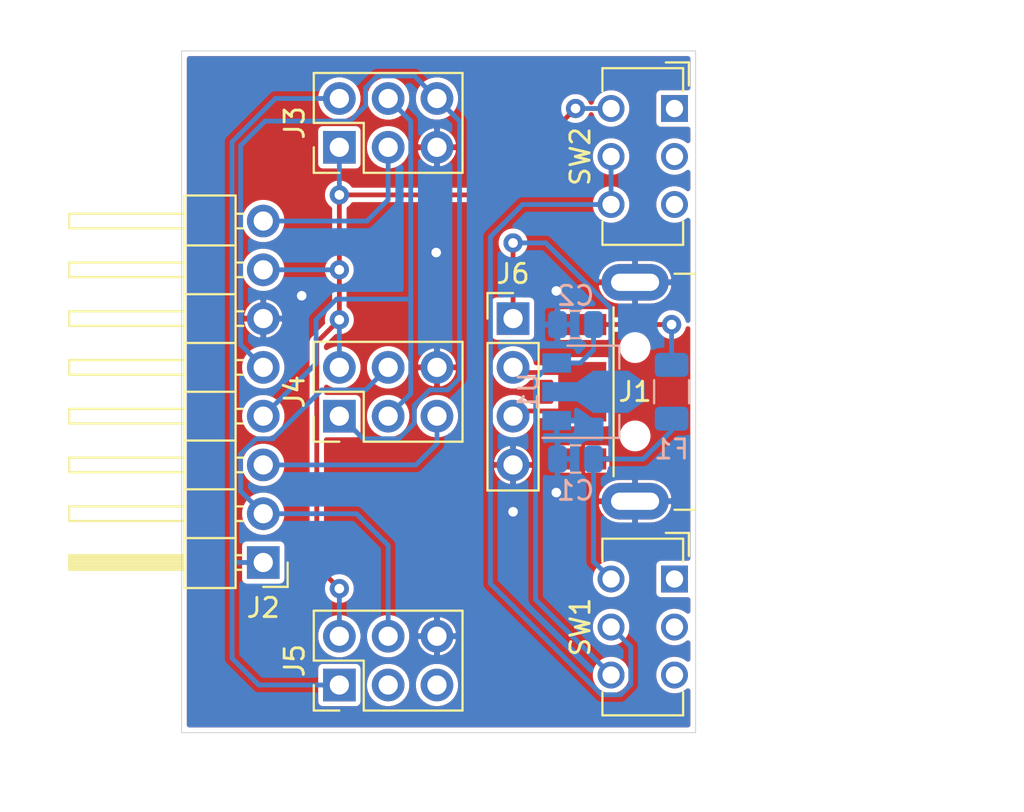
<source format=kicad_pcb>
(kicad_pcb (version 20211014) (generator pcbnew)
  (layers (0 "F.Cu" signal) (31 "B.Cu" signal) (34 "B.Paste" user) (35 "F.Paste" user) (36 "B.SilkS" user "B.Silkscreen") (37 "F.SilkS" user "F.Silkscreen") (38 "B.Mask" user) (39 "F.Mask" user) (44 "Edge.Cuts" user))
  (net 0 "")
  (net 1 "+5V")
  (net 2 "GND")
  (net 3 "+3V3")
  (net 4 "Net-(F1-Pad2)")
  (net 5 "/SWDIO")
  (net 6 "/ISP_MOSI")
  (net 7 "/RESET")
  (net 8 "/ISP_SCK")
  (net 9 "/ISP_MISO")
  (net 10 "/VTG")
  (net 11 "/MCLR")
  (net 12 "Net-(J5-Pad5)")
  (net 13 "Net-(J5-Pad3)")
  (net 14 "Net-(SW1-Pad2)")
  (net 15 "/DP")
  (net 16 "/DN")
  (net 17 "Net-(SW1-Pad3)")
  (net 18 "Net-(SW1-Pad1)")
  (net 19 "Net-(SW2-Pad3)")
  (net 20 "Net-(SW2-Pad1)")
  (net 21 "Net-(SW1-Pad5)")
  (net 22 "Net-(SW2-Pad2)")
  (footprint "Connector_PinHeader_2.54mm:PinHeader_1x08_P2.54mm_Horizontal" (layer "F.Cu") (at 150 110 180)
    (fp_text reference "J2" (at 0 -11.25 180) (layer "F.SilkS"))
    (fp_text value "SNAP")
    (fp_line (start 1.44 2.54) (end 4.1 2.54) (layer "F.SilkS") (width 0.12))
    (fp_line (start 4.1 -9.27) (end 10.1 -9.27) (layer "F.SilkS") (width 0.12))
    (fp_line (start 10.1 4.19) (end 4.1 4.19) (layer "F.SilkS") (width 0.12))
    (fp_line (start 1.042929 6.73) (end 1.44 6.73) (layer "F.SilkS") (width 0.12))
    (fp_line (start 1.042929 4.19) (end 1.44 4.19) (layer "F.SilkS") (width 0.12))
    (fp_line (start 10.1 -6.73) (end 10.1 -5.97) (layer "F.SilkS") (width 0.12))
    (fp_line (start 1.042929 9.27) (end 1.44 9.27) (layer "F.SilkS") (width 0.12))
    (fp_line (start 1.042929 5.97) (end 1.44 5.97) (layer "F.SilkS") (width 0.12))
    (fp_line (start 1.44 5.08) (end 4.1 5.08) (layer "F.SilkS") (width 0.12))
    (fp_line (start 1.042929 -4.19) (end 1.44 -4.19) (layer "F.SilkS") (width 0.12))
    (fp_line (start 4.1 -4.19) (end 10.1 -4.19) (layer "F.SilkS") (width 0.12))
    (fp_line (start 1.44 -10.22) (end 1.44 10.22) (layer "F.SilkS") (width 0.12))
    (fp_line (start 1.042929 0.89) (end 1.44 0.89) (layer "F.SilkS") (width 0.12))
    (fp_line (start 1.042929 -0.89) (end 1.44 -0.89) (layer "F.SilkS") (width 0.12))
    (fp_line (start 4.1 -9.09) (end 10.1 -9.09) (layer "F.SilkS") (width 0.12))
    (fp_line (start 4.1 -8.61) (end 10.1 -8.61) (layer "F.SilkS") (width 0.12))
    (fp_line (start 1.44 -5.08) (end 4.1 -5.08) (layer "F.SilkS") (width 0.12))
    (fp_line (start 10.1 3.43) (end 10.1 4.19) (layer "F.SilkS") (width 0.12))
    (fp_line (start 10.1 -3.43) (end 4.1 -3.43) (layer "F.SilkS") (width 0.12))
    (fp_line (start 1.042929 8.51) (end 1.44 8.51) (layer "F.SilkS") (width 0.12))
    (fp_line (start 4.1 -10.22) (end 1.44 -10.22) (layer "F.SilkS") (width 0.12))
    (fp_line (start 10.1 0.89) (end 10.1 1.65) (layer "F.SilkS") (width 0.12))
    (fp_line (start 10.1 -8.51) (end 4.1 -8.51) (layer "F.SilkS") (width 0.12))
    (fp_line (start 1.11 -9.27) (end 1.44 -9.27) (layer "F.SilkS") (width 0.12))
    (fp_line (start 4.1 -8.97) (end 10.1 -8.97) (layer "F.SilkS") (width 0.12))
    (fp_line (start 10.1 -1.65) (end 10.1 -0.89) (layer "F.SilkS") (width 0.12))
    (fp_line (start 10.1 -0.89) (end 4.1 -0.89) (layer "F.SilkS") (width 0.12))
    (fp_line (start 1.44 7.62) (end 4.1 7.62) (layer "F.SilkS") (width 0.12))
    (fp_line (start -1.27 -8.89) (end -1.27 -10.16) (layer "F.SilkS") (width 0.12))
    (fp_line (start 1.042929 -3.43) (end 1.44 -3.43) (layer "F.SilkS") (width 0.12))
    (fp_line (start 4.1 -9.21) (end 10.1 -9.21) (layer "F.SilkS") (width 0.12))
    (fp_line (start 4.1 -1.65) (end 10.1 -1.65) (layer "F.SilkS") (width 0.12))
    (fp_line (start 10.1 -9.27) (end 10.1 -8.51) (layer "F.SilkS") (width 0.12))
    (fp_line (start 4.1 -6.73) (end 10.1 -6.73) (layer "F.SilkS") (width 0.12))
    (fp_line (start 4.1 8.51) (end 10.1 8.51) (layer "F.SilkS") (width 0.12))
    (fp_line (start 4.1 -8.85) (end 10.1 -8.85) (layer "F.SilkS") (width 0.12))
    (fp_line (start 1.44 -2.54) (end 4.1 -2.54) (layer "F.SilkS") (width 0.12))
    (fp_line (start 10.1 -5.97) (end 4.1 -5.97) (layer "F.SilkS") (width 0.12))
    (fp_line (start 4.1 5.97) (end 10.1 5.97) (layer "F.SilkS") (width 0.12))
    (fp_line (start 10.1 1.65) (end 4.1 1.65) (layer "F.SilkS") (width 0.12))
    (fp_line (start 1.042929 -6.73) (end 1.44 -6.73) (layer "F.SilkS") (width 0.12))
    (fp_line (start 1.44 0) (end 4.1 0) (layer "F.SilkS") (width 0.12))
    (fp_line (start 1.042929 1.65) (end 1.44 1.65) (layer "F.SilkS") (width 0.12))
    (fp_line (start 4.1 0.89) (end 10.1 0.89) (layer "F.SilkS") (width 0.12))
    (fp_line (start -1.27 -10.16) (end 0 -10.16) (layer "F.SilkS") (width 0.12))
    (fp_line (start 4.1 -8.73) (end 10.1 -8.73) (layer "F.SilkS") (width 0.12))
    (fp_line (start 1.042929 -5.97) (end 1.44 -5.97) (layer "F.SilkS") (width 0.12))
    (fp_line (start 1.11 -8.51) (end 1.44 -8.51) (layer "F.SilkS") (width 0.12))
    (fp_line (start 10.1 -4.19) (end 10.1 -3.43) (layer "F.SilkS") (width 0.12))
    (fp_line (start 10.1 5.97) (end 10.1 6.73) (layer "F.SilkS") (width 0.12))
    (fp_line (start 4.1 10.22) (end 4.1 -10.22) (layer "F.SilkS") (width 0.12))
    (fp_line (start 10.1 6.73) (end 4.1 6.73) (layer "F.SilkS") (width 0.12))
    (fp_line (start 1.44 -7.62) (end 4.1 -7.62) (layer "F.SilkS") (width 0.12))
    (fp_line (start 4.1 3.43) (end 10.1 3.43) (layer "F.SilkS") (width 0.12))
    (fp_line (start 1.042929 -1.65) (end 1.44 -1.65) (layer "F.SilkS") (width 0.12))
    (fp_line (start 1.44 10.22) (end 4.1 10.22) (layer "F.SilkS") (width 0.12))
    (fp_line (start 10.1 9.27) (end 4.1 9.27) (layer "F.SilkS") (width 0.12))
    (fp_line (start 10.1 8.51) (end 10.1 9.27) (layer "F.SilkS") (width 0.12))
    (fp_line (start 1.042929 3.43) (end 1.44 3.43) (layer "F.SilkS") (width 0.12))
    (pad "1" thru_hole rect locked (at 0 -8.89 180) (size 1.7 1.7) (drill 1) (layers *.Cu *.Mask) (net 5 "/SWDIO"))
    (pad "2" thru_hole oval locked (at 0 -6.35 180) (size 1.7 1.7) (drill 1) (layers *.Cu *.Mask) (net 6 "/ISP_MOSI"))
    (pad "3" thru_hole oval locked (at 0 -3.81 180) (size 1.7 1.7) (drill 1) (layers *.Cu *.Mask) (net 7 "/RESET"))
    (pad "4" thru_hole oval locked (at 0 -1.27 180) (size 1.7 1.7) (drill 1) (layers *.Cu *.Mask) (net 8 "/ISP_SCK"))
    (pad "5" thru_hole oval locked (at 0 1.27 180) (size 1.7 1.7) (drill 1) (layers *.Cu *.Mask) (net 9 "/ISP_MISO"))
    (pad "6" thru_hole oval locked (at 0 3.81 180) (size 1.7 1.7) (drill 1) (layers *.Cu *.Mask) (net 2 "GND"))
    (pad "7" thru_hole oval locked (at 0 6.35 180) (size 1.7 1.7) (drill 1) (layers *.Cu *.Mask) (net 10 "/VTG"))
    (pad "8" thru_hole oval locked (at 0 8.89 180) (size 1.7 1.7) (drill 1) (layers *.Cu *.Mask) (net 11 "/MCLR"))
  )
  (footprint "Connector_PinHeader_2.54mm:PinHeader_2x03_P2.54mm_Vertical" (layer "F.Cu") (at 156.5 124 90)
    (fp_text reference "J5" (at 0 -4.87 90) (layer "F.SilkS"))
    (fp_text value "UART")
    (fp_line (start -2.6 -3.87) (end -1.27 -3.87) (layer "F.SilkS") (width 0.12))
    (fp_line (start 0 -3.87) (end 2.6 -3.87) (layer "F.SilkS") (width 0.12))
    (fp_line (start -2.6 3.87) (end 2.6 3.87) (layer "F.SilkS") (width 0.12))
    (fp_line (start -2.6 -2.54) (end -2.6 -3.87) (layer "F.SilkS") (width 0.12))
    (fp_line (start -2.6 -1.27) (end 0 -1.27) (layer "F.SilkS") (width 0.12))
    (fp_line (start -2.6 -1.27) (end -2.6 3.87) (layer "F.SilkS") (width 0.12))
    (fp_line (start 0 -1.27) (end 0 -3.87) (layer "F.SilkS") (width 0.12))
    (fp_line (start 2.6 -3.87) (end 2.6 3.87) (layer "F.SilkS") (width 0.12))
    (pad "1" thru_hole rect locked (at -1.27 -2.54 90) (size 1.7 1.7) (drill 1) (layers *.Cu *.Mask) (net 5 "/SWDIO"))
    (pad "2" thru_hole oval locked (at 1.27 -2.54 90) (size 1.7 1.7) (drill 1) (layers *.Cu *.Mask) (net 10 "/VTG"))
    (pad "3" thru_hole oval locked (at -1.27 0 90) (size 1.7 1.7) (drill 1) (layers *.Cu *.Mask) (net 13 "Net-(J5-Pad3)"))
    (pad "4" thru_hole oval locked (at 1.27 0 90) (size 1.7 1.7) (drill 1) (layers *.Cu *.Mask) (net 6 "/ISP_MOSI"))
    (pad "5" thru_hole oval locked (at -1.27 2.54 90) (size 1.7 1.7) (drill 1) (layers *.Cu *.Mask) (net 12 "Net-(J5-Pad5)"))
    (pad "6" thru_hole oval locked (at 1.27 2.54 90) (size 1.7 1.7) (drill 1) (layers *.Cu *.Mask) (net 2 "GND"))
  )
  (footprint "Button_Switch_THT:SW_CuK_JS202011CQN_DPDT_Straight" (layer "F.Cu") (at 169.75 97.75 -90)
    (fp_text reference "SW2" (at 0 3.25 -90) (layer "F.SilkS"))
    (fp_text value "TPWR")
    (fp_line (start -3.7 -2.4) (end -4.9 -2.4) (layer "F.SilkS") (width 0.12))
    (fp_line (start -3.4 -2.1) (end -4.6 -2.1) (layer "F.SilkS") (width 0.12))
    (fp_line (start -4.6 2.1) (end -3.4 2.1) (layer "F.SilkS") (width 0.12))
    (fp_line (start 4.6 2.1) (end 3.4 2.1) (layer "F.SilkS") (width 0.12))
    (fp_line (start 4.6 -2.1) (end 4.6 2.1) (layer "F.SilkS") (width 0.12))
    (fp_line (start -4.6 -2.1) (end -4.6 2.1) (layer "F.SilkS") (width 0.12))
    (fp_line (start -4.9 -2.4) (end -4.9 -1.2) (layer "F.SilkS") (width 0.12))
    (fp_line (start 3.4 -2.1) (end 4.6 -2.1) (layer "F.SilkS") (width 0.12))
    (pad "1" thru_hole rect locked (at -2.5 -1.65 270) (size 1.4 1.4) (drill 0.9) (layers *.Cu *.Mask) (net 20 "Net-(SW2-Pad1)"))
    (pad "2" thru_hole circle locked (at 0 -1.65 270) (size 1.4 1.4) (drill 0.9) (layers *.Cu *.Mask) (net 22 "Net-(SW2-Pad2)"))
    (pad "3" thru_hole circle locked (at 2.5 -1.65 270) (size 1.4 1.4) (drill 0.9) (layers *.Cu *.Mask) (net 19 "Net-(SW2-Pad3)"))
    (pad "4" thru_hole circle locked (at -2.5 1.65 270) (size 1.4 1.4) (drill 0.9) (layers *.Cu *.Mask) (net 10 "/VTG"))
    (pad "5" thru_hole circle locked (at 0 1.65 270) (size 1.4 1.4) (drill 0.9) (layers *.Cu *.Mask) (net 21 "Net-(SW1-Pad5)"))
    (pad "6" thru_hole circle locked (at 2.5 1.65 270) (size 1.4 1.4) (drill 0.9) (layers *.Cu *.Mask) (net 21 "Net-(SW1-Pad5)"))
  )
  (footprint "Connector_PinHeader_2.54mm:PinHeader_2x03_P2.54mm_Vertical" (layer "F.Cu") (at 156.5 110 90)
    (fp_text reference "J4" (at 0 -4.87 90) (layer "F.SilkS"))
    (fp_text value "ISP/UPDI/TPI")
    (fp_line (start -2.6 -2.54) (end -2.6 -3.87) (layer "F.SilkS") (width 0.12))
    (fp_line (start 2.6 -3.87) (end 2.6 3.87) (layer "F.SilkS") (width 0.12))
    (fp_line (start 0 -3.87) (end 2.6 -3.87) (layer "F.SilkS") (width 0.12))
    (fp_line (start -2.6 -3.87) (end -1.27 -3.87) (layer "F.SilkS") (width 0.12))
    (fp_line (start -2.6 -1.27) (end -2.6 3.87) (layer "F.SilkS") (width 0.12))
    (fp_line (start -2.6 -1.27) (end 0 -1.27) (layer "F.SilkS") (width 0.12))
    (fp_line (start -2.6 3.87) (end 2.6 3.87) (layer "F.SilkS") (width 0.12))
    (fp_line (start 0 -1.27) (end 0 -3.87) (layer "F.SilkS") (width 0.12))
    (pad "1" thru_hole rect locked (at -1.27 -2.54 90) (size 1.7 1.7) (drill 1) (layers *.Cu *.Mask) (net 9 "/ISP_MISO"))
    (pad "2" thru_hole oval locked (at 1.27 -2.54 90) (size 1.7 1.7) (drill 1) (layers *.Cu *.Mask) (net 10 "/VTG"))
    (pad "3" thru_hole oval locked (at -1.27 0 90) (size 1.7 1.7) (drill 1) (layers *.Cu *.Mask) (net 8 "/ISP_SCK"))
    (pad "4" thru_hole oval locked (at 1.27 0 90) (size 1.7 1.7) (drill 1) (layers *.Cu *.Mask) (net 6 "/ISP_MOSI"))
    (pad "5" thru_hole oval locked (at -1.27 2.54 90) (size 1.7 1.7) (drill 1) (layers *.Cu *.Mask) (net 7 "/RESET"))
    (pad "6" thru_hole oval locked (at 1.27 2.54 90) (size 1.7 1.7) (drill 1) (layers *.Cu *.Mask) (net 2 "GND"))
  )
  (footprint "Connector_PinHeader_2.54mm:PinHeader_1x04_P2.54mm_Vertical" (layer "F.Cu") (at 163 110)
    (fp_text reference "J6" (at 0 -6.14) (layer "F.SilkS"))
    (fp_text value "Conn_01x04")
    (fp_line (start -1.33 5.14) (end 1.33 5.14) (layer "F.SilkS") (width 0.12))
    (fp_line (start -1.33 -5.14) (end 0 -5.14) (layer "F.SilkS") (width 0.12))
    (fp_line (start 1.33 -2.54) (end 1.33 5.14) (layer "F.SilkS") (width 0.12))
    (fp_line (start -1.33 -2.54) (end 1.33 -2.54) (layer "F.SilkS") (width 0.12))
    (fp_line (start -1.33 -3.81) (end -1.33 -5.14) (layer "F.SilkS") (width 0.12))
    (fp_line (start -1.33 -2.54) (end -1.33 5.14) (layer "F.SilkS") (width 0.12))
    (pad "1" thru_hole rect locked (at 0 -3.81) (size 1.7 1.7) (drill 1) (layers *.Cu *.Mask) (net 1 "+5V"))
    (pad "2" thru_hole oval locked (at 0 -1.27) (size 1.7 1.7) (drill 1) (layers *.Cu *.Mask) (net 16 "/DN"))
    (pad "3" thru_hole oval locked (at 0 1.27) (size 1.7 1.7) (drill 1) (layers *.Cu *.Mask) (net 15 "/DP"))
    (pad "4" thru_hole oval locked (at 0 3.81) (size 1.7 1.7) (drill 1) (layers *.Cu *.Mask) (net 2 "GND"))
  )
  (footprint "Button_Switch_THT:SW_CuK_JS202011CQN_DPDT_Straight" (layer "F.Cu") (at 169.75 122.25 -90)
    (fp_text reference "SW1" (at 0 3.25 -90) (layer "F.SilkS"))
    (fp_text value "5v_3v3_SW")
    (fp_line (start -4.6 -2.1) (end -4.6 2.1) (layer "F.SilkS") (width 0.12))
    (fp_line (start 4.6 2.1) (end 3.4 2.1) (layer "F.SilkS") (width 0.12))
    (fp_line (start 4.6 -2.1) (end 4.6 2.1) (layer "F.SilkS") (width 0.12))
    (fp_line (start -3.7 -2.4) (end -4.9 -2.4) (layer "F.SilkS") (width 0.12))
    (fp_line (start -3.4 -2.1) (end -4.6 -2.1) (layer "F.SilkS") (width 0.12))
    (fp_line (start -4.9 -2.4) (end -4.9 -1.2) (layer "F.SilkS") (width 0.12))
    (fp_line (start 3.4 -2.1) (end 4.6 -2.1) (layer "F.SilkS") (width 0.12))
    (fp_line (start -4.6 2.1) (end -3.4 2.1) (layer "F.SilkS") (width 0.12))
    (pad "1" thru_hole rect locked (at -2.5 -1.65 270) (size 1.4 1.4) (drill 0.9) (layers *.Cu *.Mask) (net 18 "Net-(SW1-Pad1)"))
    (pad "2" thru_hole circle locked (at 0 -1.65 270) (size 1.4 1.4) (drill 0.9) (layers *.Cu *.Mask) (net 14 "Net-(SW1-Pad2)"))
    (pad "3" thru_hole circle locked (at 2.5 -1.65 270) (size 1.4 1.4) (drill 0.9) (layers *.Cu *.Mask) (net 17 "Net-(SW1-Pad3)"))
    (pad "4" thru_hole circle locked (at -2.5 1.65 270) (size 1.4 1.4) (drill 0.9) (layers *.Cu *.Mask) (net 1 "+5V"))
    (pad "5" thru_hole circle locked (at 0 1.65 270) (size 1.4 1.4) (drill 0.9) (layers *.Cu *.Mask) (net 21 "Net-(SW1-Pad5)"))
    (pad "6" thru_hole circle locked (at 2.5 1.65 270) (size 1.4 1.4) (drill 0.9) (layers *.Cu *.Mask) (net 3 "+3V3"))
  )
  (footprint "Connector_USB:USB_A_CNCTech_1001-011-01101_Horizontal" (layer "F.Cu") (at 176.25 110)
    (fp_text reference "J1" (at -6.9 0) (layer "F.SilkS"))
    (fp_text value "USB_A")
    (fp_line (start -4.85 -6.145) (end -3.8 -6.145) (layer "F.SilkS") (width 0.12))
    (fp_line (start -4.85 6.145) (end -3.8 6.145) (layer "F.SilkS") (width 0.12))
    (fp_line (start -8.02 -4.4) (end -8.02 4.4) (layer "F.SilkS") (width 0.12))
    (pad "" np_thru_hole circle locked (at -6.9 2.3) (size 1.1 1.1) (drill 1.1) (layers *.Cu *.Mask))
    (pad "" np_thru_hole circle locked (at -6.9 -2.3) (size 1.1 1.1) (drill 1.1) (layers *.Cu *.Mask))
    (pad "1" smd rect locked (at -9.65 -3.5) (size 2.5 1.1) (layers "F.Cu" "F.Paste" "F.Mask") (net 4 "Net-(F1-Pad2)"))
    (pad "2" smd rect locked (at -9.65 -1) (size 2.5 1.1) (layers "F.Cu" "F.Paste" "F.Mask") (net 16 "/DN"))
    (pad "3" smd rect locked (at -9.65 1) (size 2.5 1.1) (layers "F.Cu" "F.Paste" "F.Mask") (net 15 "/DP"))
    (pad "4" smd rect locked (at -9.65 3.5) (size 2.5 1.1) (layers "F.Cu" "F.Paste" "F.Mask") (net 2 "GND"))
    (pad "5" thru_hole oval locked (at -6.9 5.7) (size 3.5 1.9) (drill oval 2.5 0.9) (layers *.Cu *.Mask) (net 2 "GND"))
    (pad "5" thru_hole oval locked (at -6.9 -5.7) (size 3.5 1.9) (drill oval 2.5 0.9) (layers *.Cu *.Mask) (net 2 "GND"))
  )
  (footprint "Connector_PinHeader_2.54mm:PinHeader_2x03_P2.54mm_Vertical" (layer "F.Cu") (at 156.5 96 90)
    (fp_text reference "J3" (at 0 -4.87 90) (layer "F.SilkS"))
    (fp_text value "SWD")
    (fp_line (start 0 -1.27) (end 0 -3.87) (layer "F.SilkS") (width 0.12))
    (fp_line (start -2.6 -1.27) (end -2.6 3.87) (layer "F.SilkS") (width 0.12))
    (fp_line (start -2.6 -1.27) (end 0 -1.27) (layer "F.SilkS") (width 0.12))
    (fp_line (start 2.6 -3.87) (end 2.6 3.87) (layer "F.SilkS") (width 0.12))
    (fp_line (start -2.6 -3.87) (end -1.27 -3.87) (layer "F.SilkS") (width 0.12))
    (fp_line (start -2.6 3.87) (end 2.6 3.87) (layer "F.SilkS") (width 0.12))
    (fp_line (start -2.6 -2.54) (end -2.6 -3.87) (layer "F.SilkS") (width 0.12))
    (fp_line (start 0 -3.87) (end 2.6 -3.87) (layer "F.SilkS") (width 0.12))
    (pad "1" thru_hole rect locked (at -1.27 -2.54 90) (size 1.7 1.7) (drill 1) (layers *.Cu *.Mask) (net 10 "/VTG"))
    (pad "2" thru_hole oval locked (at 1.27 -2.54 90) (size 1.7 1.7) (drill 1) (layers *.Cu *.Mask) (net 5 "/SWDIO"))
    (pad "3" thru_hole oval locked (at -1.27 0 90) (size 1.7 1.7) (drill 1) (layers *.Cu *.Mask) (net 11 "/MCLR"))
    (pad "4" thru_hole oval locked (at 1.27 0 90) (size 1.7 1.7) (drill 1) (layers *.Cu *.Mask) (net 8 "/ISP_SCK"))
    (pad "5" thru_hole oval locked (at -1.27 2.54 90) (size 1.7 1.7) (drill 1) (layers *.Cu *.Mask) (net 2 "GND"))
    (pad "6" thru_hole oval locked (at 1.27 2.54 90) (size 1.7 1.7) (drill 1) (layers *.Cu *.Mask) (net 9 "/ISP_MISO"))
  )
  (footprint "Capacitor_SMD:C_0805_2012Metric" (layer "B.Cu") (at 166.25 113.5)
    (fp_text reference "C1" (at 0 1.65) (layer "B.SilkS") (effects (justify mirror)))
    (fp_text value "10u")
    (fp_line (start -0.258578 -0.71) (end 0.258578 -0.71) (layer "B.SilkS") (width 0.12))
    (fp_line (start -0.258578 0.71) (end 0.258578 0.71) (layer "B.SilkS") (width 0.12))
    (pad "1" smd roundrect locked (at -0.9375 0) (size 0.975 1.4) (layers "B.Cu" "B.Paste" "B.Mask") (net 2 "GND"))
    (pad "2" smd roundrect locked (at 0.9375 0) (size 0.975 1.4) (layers "B.Cu" "B.Paste" "B.Mask") (net 1 "+5V"))
  )
  (footprint "Capacitor_SMD:C_0805_2012Metric" (layer "B.Cu") (at 166.25 106.5)
    (fp_text reference "C2" (at 0 -1.5 180) (layer "B.SilkS") (effects (justify mirror)))
    (fp_text value "10u")
    (fp_line (start -0.258578 -0.71) (end 0.258578 -0.71) (layer "B.SilkS") (width 0.12))
    (fp_line (start -0.258578 0.71) (end 0.258578 0.71) (layer "B.SilkS") (width 0.12))
    (pad "1" smd roundrect locked (at -0.9375 0) (size 0.975 1.4) (layers "B.Cu" "B.Paste" "B.Mask") (net 2 "GND"))
    (pad "2" smd roundrect locked (at 0.9375 0) (size 0.975 1.4) (layers "B.Cu" "B.Paste" "B.Mask") (net 3 "+3V3"))
  )
  (footprint "Package_TO_SOT_SMD:SOT-89-3" (layer "B.Cu") (at 166.75 110)
    (fp_text reference "U1" (at -2.95 0 90) (layer "B.SilkS") (effects (justify mirror)))
    (fp_text value "AZ1117CR2-3.3")
    (fp_line (start -2.22 2.4) (end 1.78 2.4) (layer "B.SilkS") (width 0.12))
    (fp_line (start 1.78 -2.4) (end -0.92 -2.4) (layer "B.SilkS") (width 0.12))
    (fp_line (start 1.78 -1.2) (end 1.78 -2.4) (layer "B.SilkS") (width 0.12))
    (fp_line (start 1.78 2.4) (end 1.78 1.2) (layer "B.SilkS") (width 0.12))
    (pad "1" smd rect locked (at -1.48 1.5 90) (size 1 1.5) (layers "B.Cu" "B.Paste" "B.Mask") (net 2 "GND"))
    (pad "2" smd rect locked (at 1.3335 0 90) (size 2.2 1.84) (layers "B.Cu" "B.Paste" "B.Mask") (net 1 "+5V"))
    (pad "2" smd trapezoid locked (at -0.0762 0 270) (size 1.5 1) (rect_delta 0 -0.7) (layers "B.Cu" "B.Paste" "B.Mask") (net 1 "+5V"))
    (pad "2" smd rect locked (at -1.3335 0 90) (size 1 1.8) (layers "B.Cu" "B.Paste" "B.Mask") (net 1 "+5V"))
    (pad "2" smd trapezoid locked (at 2.667 0 90) (size 1.6 0.85) (rect_delta 0 -0.6) (layers "B.Cu" "B.Paste" "B.Mask") (net 1 "+5V"))
    (pad "3" smd rect locked (at -1.48 -1.5 90) (size 1 1.5) (layers "B.Cu" "B.Paste" "B.Mask") (net 3 "+3V3"))
  )
  (footprint "Fuse:Fuse_1206_3216Metric" (layer "B.Cu") (at 171.25 110 90)
    (fp_text reference "F1" (at -3 0 180) (layer "B.SilkS") (effects (justify mirror)))
    (fp_text value "500mA")
    (fp_line (start -0.602064 0.91) (end 0.602064 0.91) (layer "B.SilkS") (width 0.12))
    (fp_line (start -0.602064 -0.91) (end 0.602064 -0.91) (layer "B.SilkS") (width 0.12))
    (pad "1" smd roundrect locked (at -1.4 0 90) (size 1.25 1.75) (layers "B.Cu" "B.Paste" "B.Mask") (roundrect_rratio 0.2) (net 1 "+5V"))
    (pad "2" smd roundrect locked (at 1.4 0 90) (size 1.25 1.75) (layers "B.Cu" "B.Paste" "B.Mask") (roundrect_rratio 0.2) (net 4 "Net-(F1-Pad2)"))
  )
  (gr_line (start 172.5 92.25) (end 145.75 92.25) (layer "Edge.Cuts") (width 0.05))
  (gr_line (start 145.75 92.25) (end 145.75 127.75) (layer "Edge.Cuts") (width 0.05))
  (gr_line (start 172.5 92.25) (end 172.5 127.75) (layer "Edge.Cuts") (width 0.05))
  (gr_line (start 145.75 127.75) (end 172.5 127.75) (layer "Edge.Cuts") (width 0.05))
  (segment (start 163 106.19) (end 163 102.249988) (width 0.25) (layer "F.Cu") (net 1))
  (via (at 163 102.249988) (size 1) (drill 0.5) (layers "F.Cu" "B.Cu") (net 1))
  (segment (start 167.1875 113.5) (end 167.1875 118.8375) (width 0.25) (layer "B.Cu") (net 1))
  (segment (start 168.05 113.5) (end 168.0835 113.4665) (width 0.25) (layer "B.Cu") (net 1))
  (segment (start 171.25 112.025) (end 169.775 113.5) (width 0.25) (layer "B.Cu") (net 1))
  (segment (start 168.05 113.5) (end 167.675 113.5) (width 0.25) (layer "B.Cu") (net 1))
  (segment (start 163.707106 102.249988) (end 163 102.249988) (width 0.25) (layer "B.Cu") (net 1))
  (segment (start 168.0835 110) (end 168.0835 105.636636) (width 0.25) (layer "B.Cu") (net 1))
  (segment (start 169.775 113.5) (end 168.05 113.5) (width 0.25) (layer "B.Cu") (net 1))
  (segment (start 167.675 113.5) (end 167.1875 113.5) (width 0.25) (layer "B.Cu") (net 1))
  (segment (start 168.0835 105.636636) (end 164.696852 102.249988) (width 0.25) (layer "B.Cu") (net 1))
  (segment (start 171.25 111.4) (end 171.25 112.025) (width 0.25) (layer "B.Cu") (net 1))
  (segment (start 167.1875 118.8375) (end 168.1 119.75) (width 0.25) (layer "B.Cu") (net 1))
  (segment (start 164.696852 102.249988) (end 163.707106 102.249988) (width 0.25) (layer "B.Cu") (net 1))
  (segment (start 169.417 110) (end 165.4165 110) (width 0.25) (layer "B.Cu") (net 1))
  (segment (start 168.0835 113.4665) (end 168.0835 110) (width 0.25) (layer "B.Cu") (net 1))
  (via (at 159 102.75) (size 1) (drill 0.5) (layers "F.Cu" "B.Cu") (net 2))
  (via (at 163 116.25) (size 1) (drill 0.5) (layers "F.Cu" "B.Cu") (net 2))
  (via (at 165.25 104.75) (size 1) (drill 0.5) (layers "F.Cu" "B.Cu") (net 2))
  (via (at 152 105) (size 1) (drill 0.5) (layers "F.Cu" "B.Cu") (net 2))
  (via (at 165.25 115.25) (size 1) (drill 0.5) (layers "F.Cu" "B.Cu") (net 2))
  (segment (start 166.5 108.5) (end 167.1875 107.8125) (width 0.25) (layer "B.Cu") (net 3))
  (segment (start 165.27 108.5) (end 166.5 108.5) (width 0.25) (layer "B.Cu") (net 3))
  (segment (start 167.1875 107.2) (end 167.1875 106.5) (width 0.25) (layer "B.Cu") (net 3))
  (segment (start 164.175001 120.825001) (end 164.175001 109.324999) (width 0.25) (layer "B.Cu") (net 3))
  (segment (start 168.1 124.75) (end 164.175001 120.825001) (width 0.25) (layer "B.Cu") (net 3))
  (segment (start 165 108.5) (end 165.27 108.5) (width 0.25) (layer "B.Cu") (net 3))
  (segment (start 167.1875 107.8125) (end 167.1875 107.2) (width 0.25) (layer "B.Cu") (net 3))
  (segment (start 164.175001 109.324999) (end 165 108.5) (width 0.25) (layer "B.Cu") (net 3))
  (segment (start 166.6 106.5) (end 171.25 106.5) (width 0.25) (layer "F.Cu") (net 4))
  (via (at 171.25 106.5) (size 1) (drill 0.5) (layers "F.Cu" "B.Cu") (net 4))
  (segment (start 171.25 106.5) (end 171.25 108.6) (width 0.25) (layer "B.Cu") (net 4))
  (segment (start 148.374988 123.874988) (end 149.77 125.27) (width 0.25) (layer "B.Cu") (net 5))
  (segment (start 150.633589 94.73) (end 148.374988 96.988601) (width 0.25) (layer "B.Cu") (net 5))
  (segment (start 149.77 125.27) (end 153.96 125.27) (width 0.25) (layer "B.Cu") (net 5))
  (segment (start 153.96 94.73) (end 150.633589 94.73) (width 0.25) (layer "B.Cu") (net 5))
  (segment (start 148.374988 118.874988) (end 148.39 118.89) (width 0.25) (layer "B.Cu") (net 5))
  (segment (start 148.39 118.89) (end 150 118.89) (width 0.25) (layer "B.Cu") (net 5))
  (segment (start 148.374988 96.988601) (end 148.374988 118.874988) (width 0.25) (layer "B.Cu") (net 5))
  (segment (start 148.374988 118.874988) (end 148.374988 123.874988) (width 0.25) (layer "B.Cu") (net 5))
  (segment (start 155.324999 109.905001) (end 155.650001 109.579999) (width 0.25) (layer "B.Cu") (net 6))
  (segment (start 148.824999 113.245999) (end 149.625997 112.445001) (width 0.25) (layer "B.Cu") (net 6))
  (segment (start 149.625997 112.445001) (end 150.499997 112.445001) (width 0.25) (layer "B.Cu") (net 6))
  (segment (start 155.650001 109.579999) (end 156.5 108.73) (width 0.25) (layer "B.Cu") (net 6))
  (segment (start 150.499997 112.445001) (end 153.039997 109.905001) (width 0.25) (layer "B.Cu") (net 6))
  (segment (start 148.824999 115.174999) (end 148.824999 113.245999) (width 0.25) (layer "B.Cu") (net 6))
  (segment (start 154.85 116.35) (end 156.5 118) (width 0.25) (layer "B.Cu") (net 6))
  (segment (start 150 116.35) (end 154.85 116.35) (width 0.25) (layer "B.Cu") (net 6))
  (segment (start 150 116.35) (end 148.824999 115.174999) (width 0.25) (layer "B.Cu") (net 6))
  (segment (start 153.039997 109.905001) (end 155.324999 109.905001) (width 0.25) (layer "B.Cu") (net 6))
  (segment (start 156.5 118) (end 156.5 122.73) (width 0.25) (layer "B.Cu") (net 6))
  (segment (start 157.94 113.81) (end 159.04 112.71) (width 0.25) (layer "B.Cu") (net 7))
  (segment (start 159.04 112.71) (end 159.04 111.27) (width 0.25) (layer "B.Cu") (net 7))
  (segment (start 150 113.81) (end 157.94 113.81) (width 0.25) (layer "B.Cu") (net 7))
  (segment (start 150.849999 110.420001) (end 150 111.27) (width 0.25) (layer "B.Cu") (net 8))
  (segment (start 156.5 111.27) (end 157.675001 110.094999) (width 0.25) (layer "B.Cu") (net 8))
  (segment (start 157.349999 95.579999) (end 156.5 94.73) (width 0.25) (layer "B.Cu") (net 8))
  (segment (start 157.675001 105.175001) (end 153.813997 105.175001) (width 0.25) (layer "B.Cu") (net 8))
  (segment (start 152.75 106.238998) (end 152.75 108.52) (width 0.25) (layer "B.Cu") (net 8))
  (segment (start 157.675001 110.094999) (end 157.675001 105.175001) (width 0.25) (layer "B.Cu") (net 8))
  (segment (start 157.675001 105.175001) (end 157.675001 95.905001) (width 0.25) (layer "B.Cu") (net 8))
  (segment (start 153.813997 105.175001) (end 152.75 106.238998) (width 0.25) (layer "B.Cu") (net 8))
  (segment (start 157.675001 95.905001) (end 157.349999 95.579999) (width 0.25) (layer "B.Cu") (net 8))
  (segment (start 152.75 108.52) (end 150.849999 110.420001) (width 0.25) (layer "B.Cu") (net 8))
  (segment (start 153.96 111.27) (end 154.02 111.27) (width 0.25) (layer "B.Cu") (net 9))
  (segment (start 155.324999 95.104003) (end 155.324999 94.165999) (width 0.25) (layer "B.Cu") (net 9))
  (segment (start 159.604001 109.905001) (end 160.215001 109.294001) (width 0.25) (layer "B.Cu") (net 9))
  (segment (start 155.935999 93.554999) (end 157.864999 93.554999) (width 0.25) (layer "B.Cu") (net 9))
  (segment (start 160.215001 95.905001) (end 159.889999 95.579999) (width 0.25) (layer "B.Cu") (net 9))
  (segment (start 158.665997 109.905001) (end 159.604001 109.905001) (width 0.25) (layer "B.Cu") (net 9))
  (segment (start 155.195001 112.445001) (end 157.054999 112.445001) (width 0.25) (layer "B.Cu") (net 9))
  (segment (start 157.864999 93.554999) (end 158.190001 93.880001) (width 0.25) (layer "B.Cu") (net 9))
  (segment (start 157.054999 112.445001) (end 157.864999 111.635001) (width 0.25) (layer "B.Cu") (net 9))
  (segment (start 158.190001 93.880001) (end 159.04 94.73) (width 0.25) (layer "B.Cu") (net 9))
  (segment (start 157.864999 110.705999) (end 158.665997 109.905001) (width 0.25) (layer "B.Cu") (net 9))
  (segment (start 154.524001 95.905001) (end 155.324999 95.104003) (width 0.25) (layer "B.Cu") (net 9))
  (segment (start 150 108.73) (end 148.824999 107.554999) (width 0.25) (layer "B.Cu") (net 9))
  (segment (start 148.824999 97.175001) (end 150.094999 95.905001) (width 0.25) (layer "B.Cu") (net 9))
  (segment (start 155.324999 94.165999) (end 155.935999 93.554999) (width 0.25) (layer "B.Cu") (net 9))
  (segment (start 150.094999 95.905001) (end 154.524001 95.905001) (width 0.25) (layer "B.Cu") (net 9))
  (segment (start 154.02 111.27) (end 155.195001 112.445001) (width 0.25) (layer "B.Cu") (net 9))
  (segment (start 159.889999 95.579999) (end 159.04 94.73) (width 0.25) (layer "B.Cu") (net 9))
  (segment (start 157.864999 111.635001) (end 157.864999 110.705999) (width 0.25) (layer "B.Cu") (net 9))
  (segment (start 160.215001 109.294001) (end 160.215001 95.905001) (width 0.25) (layer "B.Cu") (net 9))
  (segment (start 148.824999 107.554999) (end 148.824999 97.175001) (width 0.25) (layer "B.Cu") (net 9))
  (segment (start 153.460001 119.750001) (end 153.96 120.25) (width 0.25) (layer "F.Cu") (net 10))
  (segment (start 152.784999 119.074999) (end 153.460001 119.750001) (width 0.25) (layer "F.Cu") (net 10))
  (segment (start 152.784999 107.425001) (end 152.784999 119.074999) (width 0.25) (layer "F.Cu") (net 10))
  (segment (start 153.96 99.75) (end 153.96 106.25) (width 0.25) (layer "F.Cu") (net 10))
  (segment (start 153.96 106.25) (end 152.784999 107.425001) (width 0.25) (layer "F.Cu") (net 10))
  (segment (start 153.96 99.75) (end 161.75 99.75) (width 0.25) (layer "F.Cu") (net 10))
  (segment (start 161.75 99.75) (end 166.25 95.25) (width 0.25) (layer "F.Cu") (net 10))
  (via (at 166.25 95.25) (size 1) (drill 0.5) (layers "F.Cu" "B.Cu") (net 10))
  (via (at 153.96 120.25) (size 1) (drill 0.5) (layers "F.Cu" "B.Cu") (net 10))
  (via (at 153.96 106.25) (size 1) (drill 0.5) (layers "F.Cu" "B.Cu") (net 10))
  (via (at 153.96 99.75) (size 1) (drill 0.5) (layers "F.Cu" "B.Cu") (net 10))
  (via (at 153.96 103.65) (size 1) (drill 0.5) (layers "F.Cu" "B.Cu") (net 10))
  (segment (start 153.96 99.71) (end 154 99.75) (width 0.25) (layer "B.Cu") (net 10))
  (segment (start 150 103.65) (end 153.9 103.65) (width 0.25) (layer "B.Cu") (net 10))
  (segment (start 153.9 103.65) (end 154 103.75) (width 0.25) (layer "B.Cu") (net 10))
  (segment (start 153.96 120.29) (end 154 120.25) (width 0.25) (layer "B.Cu") (net 10))
  (segment (start 153.96 122.73) (end 153.96 120.29) (width 0.25) (layer "B.Cu") (net 10))
  (segment (start 153.96 97.27) (end 153.96 99.71) (width 0.25) (layer "B.Cu") (net 10))
  (segment (start 153.96 106.29) (end 154 106.25) (width 0.25) (layer "B.Cu") (net 10))
  (segment (start 168.1 95.25) (end 166.25 95.25) (width 0.25) (layer "B.Cu") (net 10))
  (segment (start 153.96 108.73) (end 153.96 106.29) (width 0.25) (layer "B.Cu") (net 10))
  (segment (start 155.39 101.11) (end 156.5 100) (width 0.25) (layer "B.Cu") (net 11))
  (segment (start 150 101.11) (end 155.39 101.11) (width 0.25) (layer "B.Cu") (net 11))
  (segment (start 156.5 100) (end 156.5 97.27) (width 0.25) (layer "B.Cu") (net 11))
  (segment (start 163.27 111) (end 163 111.27) (width 0.25) (layer "F.Cu") (net 15))
  (segment (start 166.6 111) (end 163.27 111) (width 0.25) (layer "F.Cu") (net 15))
  (segment (start 166.6 109) (end 163.27 109) (width 0.25) (layer "F.Cu") (net 16))
  (segment (start 163.27 109) (end 163 108.73) (width 0.25) (layer "F.Cu") (net 16))
  (segment (start 168.1 100.25) (end 168.1 97.75) (width 0.25) (layer "B.Cu") (net 21))
  (segment (start 169.125001 123.275001) (end 169.125001 125.242001) (width 0.25) (layer "B.Cu") (net 21))
  (segment (start 167.110051 100.25) (end 168.1 100.25) (width 0.25) (layer "B.Cu") (net 21))
  (segment (start 163.5 100.25) (end 167.110051 100.25) (width 0.25) (layer "B.Cu") (net 21))
  (segment (start 169.125001 125.242001) (end 168.592001 125.775001) (width 0.25) (layer "B.Cu") (net 21))
  (segment (start 168.1 122.25) (end 169.125001 123.275001) (width 0.25) (layer "B.Cu") (net 21))
  (segment (start 161.824999 119.992001) (end 161.824999 101.925001) (width 0.25) (layer "B.Cu") (net 21))
  (segment (start 168.592001 125.775001) (end 167.607999 125.775001) (width 0.25) (layer "B.Cu") (net 21))
  (segment (start 167.607999 125.775001) (end 161.824999 119.992001) (width 0.25) (layer "B.Cu") (net 21))
  (segment (start 161.824999 101.925001) (end 163.5 100.25) (width 0.25) (layer "B.Cu") (net 21))
  (zone (net 2) (net_name "GND") (layer "F.Cu") (connect_pads (clearance 0.25)) (min_thickness 0.25) (fill yes (thermal_gap 0.16) (thermal_bridge_width 0.3))
    (polygon (pts (xy 189.6 131.9) (xy 136.3 131.9) (xy 136.3 89.6) (xy 189.6 89.6)))
  )
  (zone (net 2) (net_name "GND") (layer "B.Cu") (connect_pads (clearance 0.25)) (min_thickness 0.25) (fill yes (thermal_gap 0.16) (thermal_bridge_width 0.3))
    (polygon (pts (xy 189.6 131.9) (xy 136.3 131.9) (xy 136.3 89.6) (xy 189.6 89.6)))
  )
)
</source>
